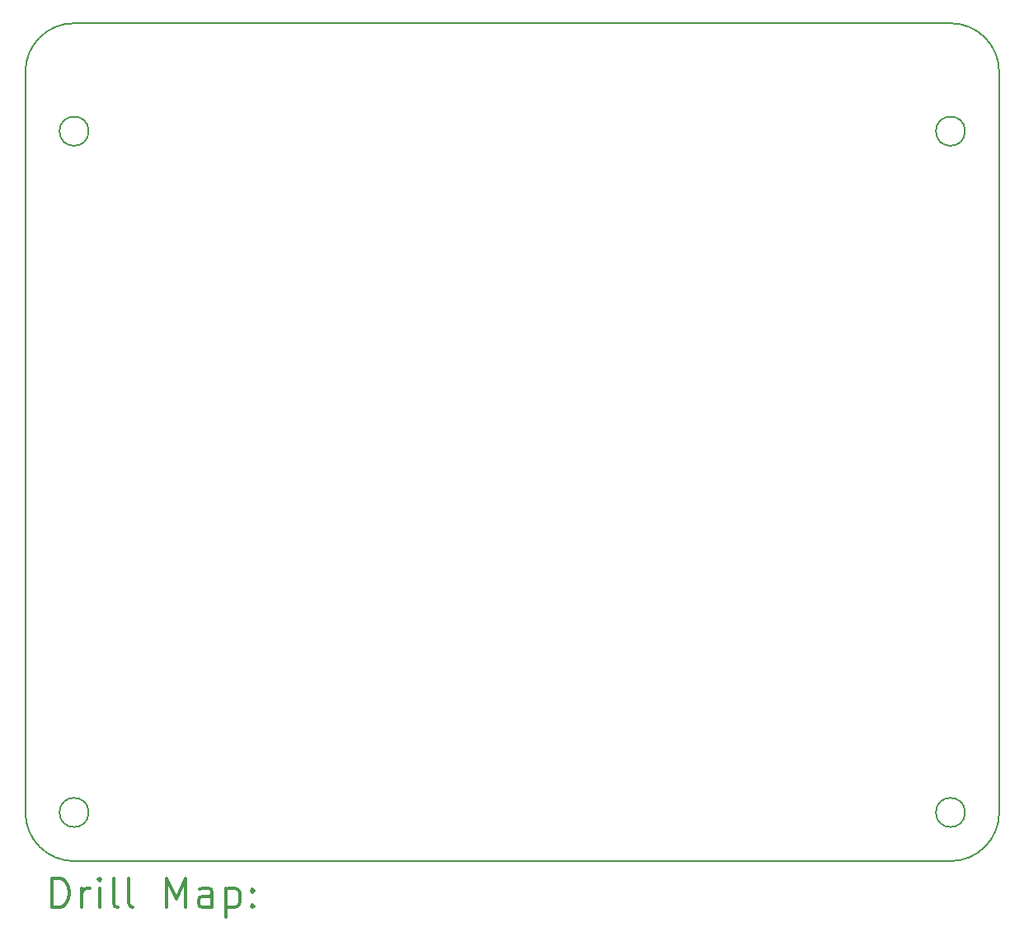
<source format=gbr>
%FSLAX45Y45*%
G04 Gerber Fmt 4.5, Leading zero omitted, Abs format (unit mm)*
G04 Created by KiCad (PCBNEW (5.1.10)-1) date 2021-11-09 22:35:24*
%MOMM*%
%LPD*%
G01*
G04 APERTURE LIST*
%TA.AperFunction,Profile*%
%ADD10C,0.200000*%
%TD*%
%ADD11C,0.200000*%
%ADD12C,0.300000*%
G04 APERTURE END LIST*
D10*
X18844400Y-6705440D02*
G75*
G03*
X18844400Y-6705440I-150000J0D01*
G01*
X9694400Y-14205440D02*
G75*
G02*
X9194400Y-13705440I0J500000D01*
G01*
X19194400Y-6096000D02*
X19194400Y-13705440D01*
X18694400Y-14205440D02*
X9694400Y-14205440D01*
X19194400Y-13705440D02*
G75*
G02*
X18694400Y-14205440I-500000J0D01*
G01*
X18844400Y-13705440D02*
G75*
G03*
X18844400Y-13705440I-150000J0D01*
G01*
X9694400Y-5596000D02*
X18694400Y-5596000D01*
X9194400Y-13705440D02*
X9194400Y-6096000D01*
X9194400Y-6096000D02*
G75*
G02*
X9694400Y-5596000I500000J0D01*
G01*
X9844400Y-6705440D02*
G75*
G03*
X9844400Y-6705440I-150000J0D01*
G01*
X9844400Y-13705440D02*
G75*
G03*
X9844400Y-13705440I-150000J0D01*
G01*
X18694400Y-5596000D02*
G75*
G02*
X19194400Y-6096000I0J-500000D01*
G01*
D11*
D12*
X9470829Y-14681154D02*
X9470829Y-14381154D01*
X9542257Y-14381154D01*
X9585114Y-14395440D01*
X9613686Y-14424012D01*
X9627971Y-14452583D01*
X9642257Y-14509726D01*
X9642257Y-14552583D01*
X9627971Y-14609726D01*
X9613686Y-14638297D01*
X9585114Y-14666869D01*
X9542257Y-14681154D01*
X9470829Y-14681154D01*
X9770829Y-14681154D02*
X9770829Y-14481154D01*
X9770829Y-14538297D02*
X9785114Y-14509726D01*
X9799400Y-14495440D01*
X9827971Y-14481154D01*
X9856543Y-14481154D01*
X9956543Y-14681154D02*
X9956543Y-14481154D01*
X9956543Y-14381154D02*
X9942257Y-14395440D01*
X9956543Y-14409726D01*
X9970829Y-14395440D01*
X9956543Y-14381154D01*
X9956543Y-14409726D01*
X10142257Y-14681154D02*
X10113686Y-14666869D01*
X10099400Y-14638297D01*
X10099400Y-14381154D01*
X10299400Y-14681154D02*
X10270829Y-14666869D01*
X10256543Y-14638297D01*
X10256543Y-14381154D01*
X10642257Y-14681154D02*
X10642257Y-14381154D01*
X10742257Y-14595440D01*
X10842257Y-14381154D01*
X10842257Y-14681154D01*
X11113686Y-14681154D02*
X11113686Y-14524012D01*
X11099400Y-14495440D01*
X11070829Y-14481154D01*
X11013686Y-14481154D01*
X10985114Y-14495440D01*
X11113686Y-14666869D02*
X11085114Y-14681154D01*
X11013686Y-14681154D01*
X10985114Y-14666869D01*
X10970829Y-14638297D01*
X10970829Y-14609726D01*
X10985114Y-14581154D01*
X11013686Y-14566869D01*
X11085114Y-14566869D01*
X11113686Y-14552583D01*
X11256543Y-14481154D02*
X11256543Y-14781154D01*
X11256543Y-14495440D02*
X11285114Y-14481154D01*
X11342257Y-14481154D01*
X11370828Y-14495440D01*
X11385114Y-14509726D01*
X11399400Y-14538297D01*
X11399400Y-14624012D01*
X11385114Y-14652583D01*
X11370828Y-14666869D01*
X11342257Y-14681154D01*
X11285114Y-14681154D01*
X11256543Y-14666869D01*
X11527971Y-14652583D02*
X11542257Y-14666869D01*
X11527971Y-14681154D01*
X11513686Y-14666869D01*
X11527971Y-14652583D01*
X11527971Y-14681154D01*
X11527971Y-14495440D02*
X11542257Y-14509726D01*
X11527971Y-14524012D01*
X11513686Y-14509726D01*
X11527971Y-14495440D01*
X11527971Y-14524012D01*
M02*

</source>
